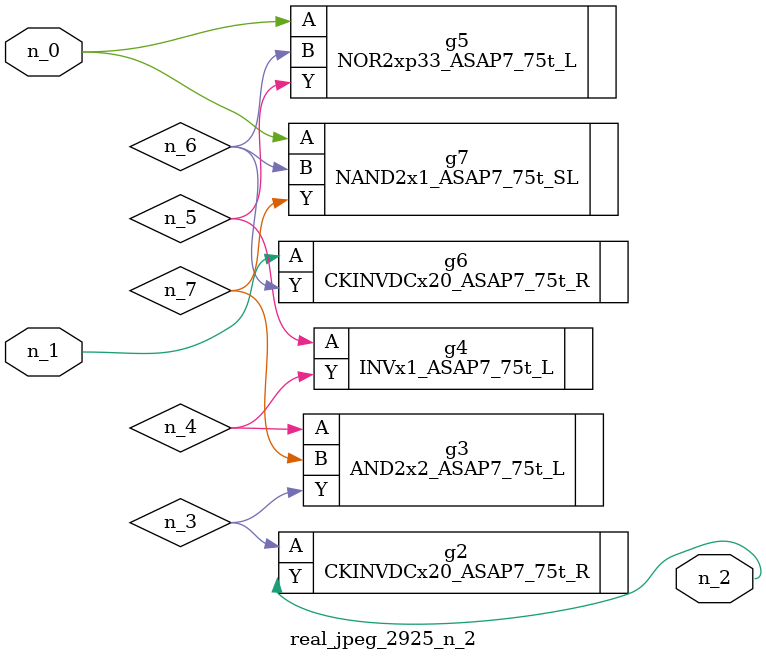
<source format=v>
module real_jpeg_2925_n_2 (n_1, n_0, n_2);

input n_1;
input n_0;

output n_2;

wire n_5;
wire n_4;
wire n_6;
wire n_7;
wire n_3;

NOR2xp33_ASAP7_75t_L g5 ( 
.A(n_0),
.B(n_6),
.Y(n_5)
);

NAND2x1_ASAP7_75t_SL g7 ( 
.A(n_0),
.B(n_6),
.Y(n_7)
);

CKINVDCx20_ASAP7_75t_R g6 ( 
.A(n_1),
.Y(n_6)
);

CKINVDCx20_ASAP7_75t_R g2 ( 
.A(n_3),
.Y(n_2)
);

AND2x2_ASAP7_75t_L g3 ( 
.A(n_4),
.B(n_7),
.Y(n_3)
);

INVx1_ASAP7_75t_L g4 ( 
.A(n_5),
.Y(n_4)
);


endmodule
</source>
